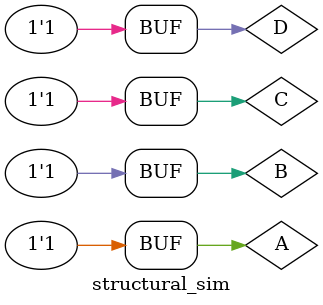
<source format=v>
`timescale 1ns / 1ps


module structural_sim();
//test bench does not have its own inputs or outputs
// Inputs to the Device Under Test (DUT) are reg type
// Inputs
reg A, B, C, D;
// Outputs from the DUT are wire type
wire e, f, g;
// Instantiate the UUT
structural UUT (A, B, C, D, e, f, g);
// Initialize Inputs
initial
begin

{A, B, C, D}=0; #100;
{A, B, C, D}=1; #100;
{A, B, C, D}=2; #100;
{A, B, C, D}=3; #100;
{A, B, C, D}=4; #100;
{A, B, C, D}=5; #100;
{A, B, C, D}=6; #100;
{A, B, C, D}=7; #100;
{A, B, C, D}=8; #100;
{A, B, C, D}=9; #100;
{A, B, C, D}=10; #100;
{A, B, C, D}=11; #100;
{A, B, C, D}=12; #100;
{A, B, C, D}=13; #100;
{A, B, C, D}=14; #100;
{A, B, C, D}=15; #100;

end 
endmodule

</source>
